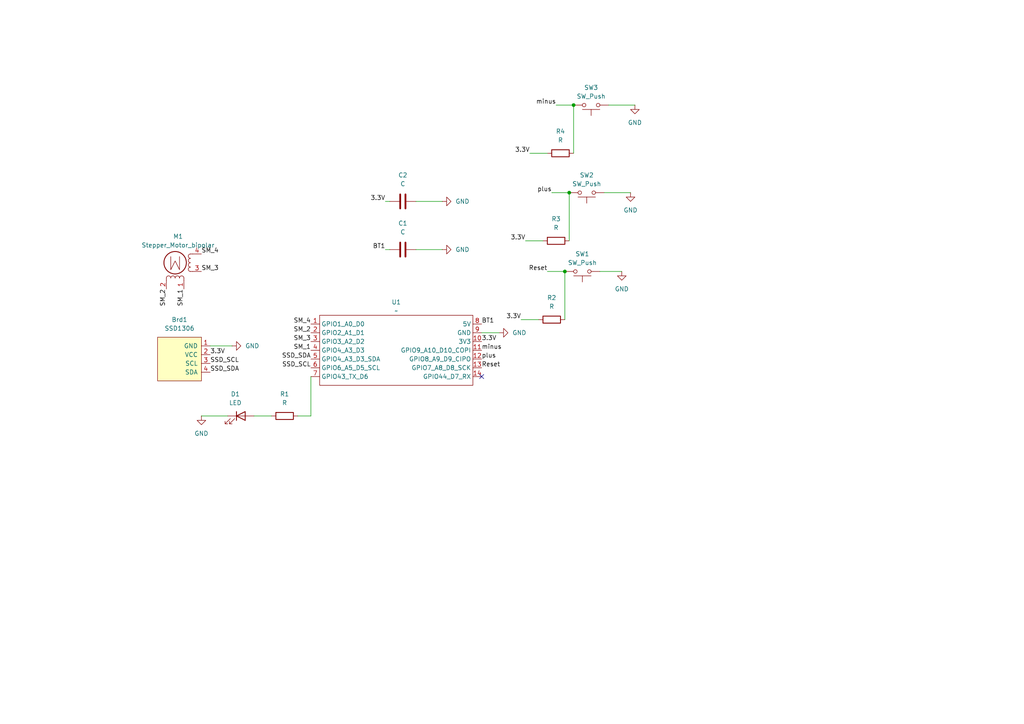
<source format=kicad_sch>
(kicad_sch (version 20231120) (generator "eeschema") (generator_version "8.0")
  (paper "A4")
  (lib_symbols
    (symbol "Device:C" (pin_numbers hide) (pin_names (offset 0.254))
      (property "Reference" "C" (at 0.635 2.54 0))
      (property "Value" "C" (at 0.635 -2.54 0))
      (symbol "C_0_1"
        (polyline (pts (xy -2.032 -0.762) (xy 2.032 -0.762)) (stroke (width 0.508)))
        (polyline (pts (xy -2.032 0.762) (xy 2.032 0.762)) (stroke (width 0.508)))
      )
      (symbol "C_1_1"
        (pin passive line (at 0 3.81 270) (length 2.794) (name "~") (number "1"))
        (pin passive line (at 0 -3.81 90) (length 2.794) (name "~") (number "2"))
      )
    )
    (symbol "Device:LED" (pin_numbers hide) (pin_names (offset 1.016) hide)
      (property "Reference" "D" (at 0 2.54 0))
      (property "Value" "LED" (at 0 -2.54 0))
      (symbol "LED_0_1"
        (polyline (pts (xy -1.27 -1.27) (xy -1.27 1.27)) (stroke (width 0.254)))
        (polyline (pts (xy -1.27 0) (xy 1.27 0)))
        (polyline (pts (xy 1.27 -1.27) (xy 1.27 1.27) (xy -1.27 0) (xy 1.27 -1.27)) (stroke (width 0.254)))
        (polyline (pts (xy -3.048 -0.762) (xy -4.572 -2.286) (xy -3.81 -2.286) (xy -4.572 -2.286) (xy -4.572 -1.524)))
        (polyline (pts (xy -1.778 -0.762) (xy -3.302 -2.286) (xy -2.54 -2.286) (xy -3.302 -2.286) (xy -3.302 -1.524)))
      )
      (symbol "LED_1_1"
        (pin passive line (at -3.81 0 0) (length 2.54) (name "K") (number "1"))
        (pin passive line (at 3.81 0 180) (length 2.54) (name "A") (number "2"))
      )
    )
    (symbol "Device:R" (pin_numbers hide) (pin_names (offset 0))
      (property "Reference" "R" (at 2.032 0 90))
      (property "Value" "R" (at 0 0 90))
      (symbol "R_0_1"
        (rectangle (start -1.016 -2.54) (end 1.016 2.54) (stroke (width 0.254)))
      )
      (symbol "R_1_1"
        (pin passive line (at 0 3.81 270) (length 1.27) (name "~") (number "1"))
        (pin passive line (at 0 -3.81 90) (length 1.27) (name "~") (number "2"))
      )
    )
    (symbol "ESP32C3:XIAO_ESP32_SENSE"
      (property "Reference" "U" (at 0 0 0))
      (symbol "XIAO_ESP32_SENSE_0_1"
        (polyline (pts (xy -20.32 8.89) (xy -20.32 -11.43) (xy 24.13 -11.43) (xy 24.13 8.89) (xy -20.32 8.89)))
      )
      (symbol "XIAO_ESP32_SENSE_1_1"
        (pin bidirectional line (at -22.86 6.35 0) (length 2.54) (name "GPIO1_A0_D0") (number "1"))
        (pin bidirectional line (at 26.67 1.27 180) (length 2.54) (name "3V3") (number "10"))
        (pin bidirectional line (at 26.67 -1.27 180) (length 2.54) (name "GPIO9_A10_D10_COPI") (number "11"))
        (pin bidirectional line (at 26.67 -3.81 180) (length 2.54) (name "GPIO8_A9_D9_CIPO") (number "12"))
        (pin bidirectional line (at 26.67 -6.35 180) (length 2.54) (name "GPIO7_A8_D8_SCK") (number "13"))
        (pin bidirectional line (at 26.67 -8.89 180) (length 2.54) (name "GPIO44_D7_RX") (number "14"))
        (pin bidirectional line (at -22.86 3.81 0) (length 2.54) (name "GPIO2_A1_D1") (number "2"))
        (pin bidirectional line (at -22.86 1.27 0) (length 2.54) (name "GPIO3_A2_D2") (number "3"))
        (pin bidirectional line (at -22.86 -1.27 0) (length 2.54) (name "GPIO4_A3_D3") (number "4"))
        (pin bidirectional line (at -22.86 -3.81 0) (length 2.54) (name "GPIO4_A3_D3_SDA") (number "5"))
        (pin bidirectional line (at -22.86 -6.35 0) (length 2.54) (name "GPIO6_A5_D5_SCL") (number "6"))
        (pin bidirectional line (at -22.86 -8.89 0) (length 2.54) (name "GPIO43_TX_D6") (number "7"))
        (pin bidirectional line (at 26.67 6.35 180) (length 2.54) (name "5V") (number "8"))
        (pin bidirectional line (at 26.67 3.81 180) (length 2.54) (name "GND") (number "9"))
      )
    )
    (symbol "Motor:Stepper_Motor_bipolar" (pin_names (offset 0) hide)
      (property "Reference" "M" (at 3.81 2.54 0))
      (property "Value" "Stepper_Motor_bipolar" (at 3.81 1.27 0))
      (symbol "Stepper_Motor_bipolar_0_0"
        (polyline (pts (xy -1.27 -1.778) (xy -1.27 2.032) (xy 0 -0.508) (xy 1.27 2.032) (xy 1.27 -1.778)))
      )
      (symbol "Stepper_Motor_bipolar_0_1"
        (arc (start -4.445 -2.54) (mid -3.8127 -1.905) (end -4.445 -1.27))
        (arc (start -4.445 -1.27) (mid -3.8127 -0.635) (end -4.445 0))
        (arc (start -4.445 0) (mid -3.8127 0.635) (end -4.445 1.27))
        (arc (start -4.445 1.27) (mid -3.8127 1.905) (end -4.445 2.54))
        (arc (start -2.54 4.445) (mid -1.905 3.8127) (end -1.27 4.445))
        (arc (start -1.27 4.445) (mid -0.635 3.8127) (end 0 4.445))
        (polyline (pts (xy -5.08 -2.54) (xy -4.445 -2.54)))
        (polyline (pts (xy -5.08 2.54) (xy -4.445 2.54)))
        (polyline (pts (xy -2.54 5.08) (xy -2.54 4.445)))
        (polyline (pts (xy 2.54 5.08) (xy 2.54 4.445)))
        (circle (center 0 0) (radius 3.2512) (stroke (width 0.254)))
        (arc (start 0 4.445) (mid 0.635 3.8127) (end 1.27 4.445))
        (arc (start 1.27 4.445) (mid 1.905 3.8127) (end 2.54 4.445))
      )
      (symbol "Stepper_Motor_bipolar_1_1"
        (pin passive line (at -2.54 7.62 270) (length 2.54) (name "~") (number "1"))
        (pin passive line (at 2.54 7.62 270) (length 2.54) (name "-") (number "2"))
        (pin passive line (at -7.62 2.54 0) (length 2.54) (name "~") (number "3"))
        (pin passive line (at -7.62 -2.54 0) (length 2.54) (name "~") (number "4"))
      )
    )
    (symbol "SSD1306-128x64_OLED:SSD1306" (pin_names (offset 1.016))
      (property "Reference" "Brd" (at 0 -3.81 0))
      (property "Value" "SSD1306" (at 0 -1.27 0))
      (symbol "SSD1306_0_1"
        (rectangle (start -6.35 6.35) (end 6.35 -6.35) (fill (type background)))
      )
      (symbol "SSD1306_1_1"
        (pin input line (at -3.81 8.89 270) (length 2.54) (name "GND") (number "1"))
        (pin input line (at -1.27 8.89 270) (length 2.54) (name "VCC") (number "2"))
        (pin input line (at 1.27 8.89 270) (length 2.54) (name "SCL") (number "3"))
        (pin input line (at 3.81 8.89 270) (length 2.54) (name "SDA") (number "4"))
      )
    )
    (symbol "Switch:SW_Push" (pin_numbers hide) (pin_names (offset 1.016) hide)
      (property "Reference" "SW" (at 1.27 2.54 0))
      (property "Value" "SW_Push" (at 0 -1.524 0))
      (symbol "SW_Push_0_1"
        (circle (center -2.032 0) (radius 0.508))
        (polyline (pts (xy 0 1.27) (xy 0 3.048)))
        (polyline (pts (xy 2.54 1.27) (xy -2.54 1.27)))
        (circle (center 2.032 0) (radius 0.508))
        (pin passive line (at -5.08 0 0) (length 2.54) (name "1") (number "1"))
        (pin passive line (at 5.08 0 180) (length 2.54) (name "2") (number "2"))
      )
    )
    (symbol "power:GND" (power) (pin_numbers hide) (pin_names (offset 0) hide)
      (property "Value" "GND" (at 0 -3.81 0))
      (symbol "GND_0_1"
        (polyline (pts (xy 0 0) (xy 0 -1.27) (xy 1.27 -1.27) (xy 0 -2.54) (xy -1.27 -1.27) (xy 0 -1.27)))
      )
      (symbol "GND_1_1"
        (pin power_in line (at 0 0 270) (length 0) (name "~") (number "1"))
      )
    )
  )
  (junction (at 166.37 30.48))
  (junction (at 163.83 78.74))
  (junction (at 165.1 55.88))
  (no_connect (at 139.7 109.22))
  (wire (pts (xy 165.1 69.85) (xy 165.1 55.88)))
  (wire (pts (xy 163.83 92.71) (xy 163.83 78.74)))
  (wire (pts (xy 86.36 120.65) (xy 90.17 120.65)))
  (wire (pts (xy 111.76 58.42) (xy 113.03 58.42)))
  (wire (pts (xy 120.65 72.39) (xy 128.27 72.39)))
  (wire (pts (xy 175.26 55.88) (xy 182.88 55.88)))
  (wire (pts (xy 166.37 44.45) (xy 166.37 30.48)))
  (wire (pts (xy 151.13 92.71) (xy 156.21 92.71)))
  (wire (pts (xy 139.7 96.52) (xy 144.78 96.52)))
  (wire (pts (xy 176.53 30.48) (xy 184.15 30.48)))
  (wire (pts (xy 152.4 69.85) (xy 157.48 69.85)))
  (wire (pts (xy 160.02 55.88) (xy 165.1 55.88)))
  (wire (pts (xy 120.65 58.42) (xy 128.27 58.42)))
  (wire (pts (xy 111.76 72.39) (xy 113.03 72.39)))
  (wire (pts (xy 153.67 44.45) (xy 158.75 44.45)))
  (wire (pts (xy 158.75 78.74) (xy 163.83 78.74)))
  (wire (pts (xy 161.29 30.48) (xy 166.37 30.48)))
  (wire (pts (xy 60.96 100.33) (xy 67.31 100.33)))
  (wire (pts (xy 58.42 120.65) (xy 66.04 120.65)))
  (wire (pts (xy 73.66 120.65) (xy 78.74 120.65)))
  (wire (pts (xy 173.99 78.74) (xy 180.34 78.74)))
  (wire (pts (xy 90.17 120.65) (xy 90.17 109.22)))
  (label "SM_3" (at 58.42 78.74 0))
  (label "SSD_SCL" (at 60.96 105.41 0))
  (label "minus" (at 139.7 101.6 0))
  (label "BT1" (at 139.7 93.98 0))
  (label "SM_4" (at 58.42 73.66 0))
  (label "BT1" (at 111.76 72.39 180))
  (label "SM_2" (at 90.17 96.52 180))
  (label "Reset" (at 139.7 106.68 0))
  (label "3.3V" (at 60.96 102.87 0))
  (label "minus" (at 161.29 30.48 180))
  (label "SSD_SCL" (at 90.17 106.68 180))
  (label "SM_3" (at 90.17 99.06 180))
  (label "3.3V" (at 152.4 69.85 180))
  (label "plus" (at 139.7 104.14 0))
  (label "3.3V" (at 151.13 92.71 180))
  (label "SM_4" (at 90.17 93.98 180))
  (label "SSD_SDA" (at 60.96 107.95 0))
  (label "SSD_SDA" (at 90.17 104.14 180))
  (label "Reset" (at 158.75 78.74 180))
  (label "3.3V" (at 139.7 99.06 0))
  (label "SM_1" (at 53.34 83.82 270))
  (label "3.3V" (at 153.67 44.45 180))
  (label "plus" (at 160.02 55.88 180))
  (label "SM_2" (at 48.26 83.82 270))
  (label "SM_1" (at 90.17 101.6 180))
  (label "3.3V" (at 111.76 58.42 180))
  (symbol (lib_id "power:GND") (at 180.34 78.74 0) (unit 1)
    (property "Reference" "#PWR01" (effects (hide yes)))
    (property "Value" "GND" (at 180.34 83.82 0))
    (property "Description" "Power symbol creates a global label with name \"GND\" , ground" (effects (hide yes)))
  )
  (symbol (lib_id "Motor:Stepper_Motor_bipolar") (at 50.8 76.2 180) (unit 1)
    (property "Reference" "M1" (at 51.6509 68.58 0))
    (property "Value" "Stepper_Motor_bipolar" (at 51.6509 71.12 0))
    (property "Footprint" "Stepper Motor:x27_stepper_two_holes" (effects (hide yes)))
    (property "Datasheet" "http://www.infineon.com/dgdl/Application-Note-TLE8110EE_driving_UniPolarStepperMotor_V1.1.pdf?fileId=db3a30431be39b97011be5d0aa0a00b0" (effects (hide yes)))
    (property "Description" "4-wire bipolar stepper motor" (effects (hide yes)))
  )
  (symbol (lib_id "Switch:SW_Push") (at 171.45 30.48 180) (unit 1)
    (property "Reference" "SW3" (at 171.45 25.4 0))
    (property "Value" "SW_Push" (at 171.45 27.94 0))
    (property "Footprint" "Button_Switch_THT:SW_PUSH_6mm" (effects (hide yes)))
    (property "Description" "Push button switch, generic, two pins" (effects (hide yes)))
  )
  (symbol (lib_id "Device:R") (at 161.29 69.85 90) (unit 1)
    (property "Reference" "R3" (at 161.29 63.5 90))
    (property "Value" "R" (at 161.29 66.04 90))
    (property "Footprint" "Resistor_SMD:R_0805_2012Metric_Pad1.20x1.40mm_HandSolder" (effects (hide yes)))
    (property "Description" "Resistor" (effects (hide yes)))
  )
  (symbol (lib_id "Device:C") (at 116.84 58.42 90) (unit 1)
    (property "Reference" "C2" (at 116.84 50.8 90))
    (property "Value" "C" (at 116.84 53.34 90))
    (property "Footprint" "Capacitor_SMD:C_0805_2012Metric_Pad1.18x1.45mm_HandSolder" (effects (hide yes)))
    (property "Description" "Unpolarized capacitor" (effects (hide yes)))
  )
  (symbol (lib_id "Switch:SW_Push") (at 170.18 55.88 180) (unit 1)
    (property "Reference" "SW2" (at 170.18 50.8 0))
    (property "Value" "SW_Push" (at 170.18 53.34 0))
    (property "Footprint" "Button_Switch_THT:SW_PUSH_6mm" (effects (hide yes)))
    (property "Description" "Push button switch, generic, two pins" (effects (hide yes)))
  )
  (symbol (lib_id "ESP32C3:XIAO_ESP32_SENSE") (at 113.03 100.33 0) (unit 1)
    (property "Reference" "U1" (at 114.935 87.63 0))
    (property "Value" "~" (at 114.935 90.17 0))
    (property "Footprint" "ESP32c3:XIAO_ESP32_SENSE" (effects (hide yes)))
  )
  (symbol (lib_id "power:GND") (at 128.27 58.42 90) (unit 1)
    (property "Reference" "#PWR012" (effects (hide yes)))
    (property "Value" "GND" (at 132.08 58.4199 90) (effects (justify right)))
    (property "Description" "Power symbol creates a global label with name \"GND\" , ground" (effects (hide yes)))
  )
  (symbol (lib_id "Switch:SW_Push") (at 168.91 78.74 180) (unit 1)
    (property "Reference" "SW1" (at 168.91 73.66 0))
    (property "Value" "SW_Push" (at 168.91 76.2 0))
    (property "Footprint" "Button_Switch_THT:SW_PUSH_6mm" (effects (hide yes)))
    (property "Description" "Push button switch, generic, two pins" (effects (hide yes)))
  )
  (symbol (lib_id "power:GND") (at 58.42 120.65 0) (unit 1)
    (property "Reference" "#PWR03" (effects (hide yes)))
    (property "Value" "GND" (at 58.42 125.73 0))
    (property "Description" "Power symbol creates a global label with name \"GND\" , ground" (effects (hide yes)))
  )
  (symbol (lib_id "Device:R") (at 82.55 120.65 90) (unit 1)
    (property "Reference" "R1" (at 82.55 114.3 90))
    (property "Value" "R" (at 82.55 116.84 90))
    (property "Footprint" "Resistor_SMD:R_0805_2012Metric_Pad1.20x1.40mm_HandSolder" (effects (hide yes)))
    (property "Description" "Resistor" (effects (hide yes)))
  )
  (symbol (lib_id "Device:R") (at 162.56 44.45 90) (unit 1)
    (property "Reference" "R4" (at 162.56 38.1 90))
    (property "Value" "R" (at 162.56 40.64 90))
    (property "Footprint" "Resistor_SMD:R_0805_2012Metric_Pad1.20x1.40mm_HandSolder" (effects (hide yes)))
    (property "Description" "Resistor" (effects (hide yes)))
  )
  (symbol (lib_id "power:GND") (at 182.88 55.88 0) (unit 1)
    (property "Reference" "#PWR08" (effects (hide yes)))
    (property "Value" "GND" (at 182.88 60.96 0))
    (property "Description" "Power symbol creates a global label with name \"GND\" , ground" (effects (hide yes)))
  )
  (symbol (lib_id "power:GND") (at 128.27 72.39 90) (unit 1)
    (property "Reference" "#PWR06" (effects (hide yes)))
    (property "Value" "GND" (at 132.08 72.3899 90) (effects (justify right)))
    (property "Description" "Power symbol creates a global label with name \"GND\" , ground" (effects (hide yes)))
  )
  (symbol (lib_id "Device:R") (at 160.02 92.71 90) (unit 1)
    (property "Reference" "R2" (at 160.02 86.36 90))
    (property "Value" "R" (at 160.02 88.9 90))
    (property "Footprint" "Resistor_SMD:R_0805_2012Metric_Pad1.20x1.40mm_HandSolder" (effects (hide yes)))
    (property "Description" "Resistor" (effects (hide yes)))
  )
  (symbol (lib_id "power:GND") (at 184.15 30.48 0) (unit 1)
    (property "Reference" "#PWR010" (effects (hide yes)))
    (property "Value" "GND" (at 184.15 35.56 0))
    (property "Description" "Power symbol creates a global label with name \"GND\" , ground" (effects (hide yes)))
  )
  (symbol (lib_id "power:GND") (at 67.31 100.33 90) (unit 1)
    (property "Reference" "#PWR04" (effects (hide yes)))
    (property "Value" "GND" (at 71.12 100.3299 90) (effects (justify right)))
    (property "Description" "Power symbol creates a global label with name \"GND\" , ground" (effects (hide yes)))
  )
  (symbol (lib_id "Device:C") (at 116.84 72.39 90) (unit 1)
    (property "Reference" "C1" (at 116.84 64.77 90))
    (property "Value" "C" (at 116.84 67.31 90))
    (property "Footprint" "Capacitor_SMD:C_0805_2012Metric_Pad1.18x1.45mm_HandSolder" (effects (hide yes)))
    (property "Description" "Unpolarized capacitor" (effects (hide yes)))
  )
  (symbol (lib_id "power:GND") (at 144.78 96.52 90) (unit 1)
    (property "Reference" "#PWR011" (effects (hide yes)))
    (property "Value" "GND" (at 148.59 96.5199 90) (effects (justify right)))
    (property "Description" "Power symbol creates a global label with name \"GND\" , ground" (effects (hide yes)))
  )
  (symbol (lib_id "Device:LED") (at 69.85 120.65 0) (unit 1)
    (property "Reference" "D1" (at 68.2625 114.3 0))
    (property "Value" "LED" (at 68.2625 116.84 0))
    (property "Footprint" "LED_THT:LED_D5.0mm" (effects (hide yes)))
    (property "Description" "Light emitting diode" (effects (hide yes)))
  )
  (symbol (lib_id "SSD1306-128x64_OLED:SSD1306") (at 52.07 104.14 270) (unit 1)
    (property "Reference" "Brd1" (at 52.07 92.71 90))
    (property "Value" "SSD1306" (at 52.07 95.25 90))
    (property "Footprint" "SSD1306:128x64OLED" (effects (hide yes)))
    (property "Description" "SSD1306 OLED" (effects (hide yes)))
  )
)
</source>
